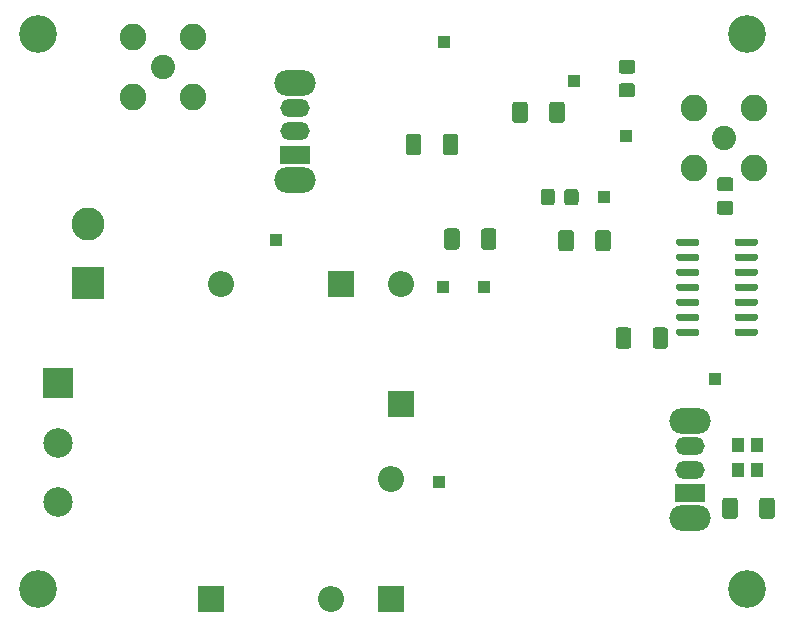
<source format=gbr>
%TF.GenerationSoftware,KiCad,Pcbnew,(5.1.8-0-10_14)*%
%TF.CreationDate,2022-02-24T11:51:48-06:00*%
%TF.ProjectId,SAQ_KiCad,5341515f-4b69-4436-9164-2e6b69636164,rev?*%
%TF.SameCoordinates,Original*%
%TF.FileFunction,Soldermask,Bot*%
%TF.FilePolarity,Negative*%
%FSLAX46Y46*%
G04 Gerber Fmt 4.6, Leading zero omitted, Abs format (unit mm)*
G04 Created by KiCad (PCBNEW (5.1.8-0-10_14)) date 2022-02-24 11:51:48*
%MOMM*%
%LPD*%
G01*
G04 APERTURE LIST*
%ADD10C,2.250000*%
%ADD11C,2.050000*%
%ADD12C,3.200000*%
%ADD13R,1.000000X1.000000*%
%ADD14R,1.100000X1.300000*%
%ADD15O,3.500000X2.200000*%
%ADD16O,2.500000X1.500000*%
%ADD17R,2.500000X1.500000*%
%ADD18C,2.500000*%
%ADD19R,2.500000X2.500000*%
%ADD20C,2.800000*%
%ADD21R,2.800000X2.800000*%
%ADD22O,2.200000X2.200000*%
%ADD23R,2.200000X2.200000*%
G04 APERTURE END LIST*
D10*
%TO.C,J3*%
X115570000Y-23876000D03*
X115570000Y-18796000D03*
X120650000Y-18796000D03*
X120650000Y-23876000D03*
D11*
X118110000Y-21336000D03*
%TD*%
%TO.C,U5*%
G36*
G01*
X166473000Y-43901500D02*
X166473000Y-43601500D01*
G75*
G02*
X166623000Y-43451500I150000J0D01*
G01*
X168273000Y-43451500D01*
G75*
G02*
X168423000Y-43601500I0J-150000D01*
G01*
X168423000Y-43901500D01*
G75*
G02*
X168273000Y-44051500I-150000J0D01*
G01*
X166623000Y-44051500D01*
G75*
G02*
X166473000Y-43901500I0J150000D01*
G01*
G37*
G36*
G01*
X166473000Y-42631500D02*
X166473000Y-42331500D01*
G75*
G02*
X166623000Y-42181500I150000J0D01*
G01*
X168273000Y-42181500D01*
G75*
G02*
X168423000Y-42331500I0J-150000D01*
G01*
X168423000Y-42631500D01*
G75*
G02*
X168273000Y-42781500I-150000J0D01*
G01*
X166623000Y-42781500D01*
G75*
G02*
X166473000Y-42631500I0J150000D01*
G01*
G37*
G36*
G01*
X166473000Y-41361500D02*
X166473000Y-41061500D01*
G75*
G02*
X166623000Y-40911500I150000J0D01*
G01*
X168273000Y-40911500D01*
G75*
G02*
X168423000Y-41061500I0J-150000D01*
G01*
X168423000Y-41361500D01*
G75*
G02*
X168273000Y-41511500I-150000J0D01*
G01*
X166623000Y-41511500D01*
G75*
G02*
X166473000Y-41361500I0J150000D01*
G01*
G37*
G36*
G01*
X166473000Y-40091500D02*
X166473000Y-39791500D01*
G75*
G02*
X166623000Y-39641500I150000J0D01*
G01*
X168273000Y-39641500D01*
G75*
G02*
X168423000Y-39791500I0J-150000D01*
G01*
X168423000Y-40091500D01*
G75*
G02*
X168273000Y-40241500I-150000J0D01*
G01*
X166623000Y-40241500D01*
G75*
G02*
X166473000Y-40091500I0J150000D01*
G01*
G37*
G36*
G01*
X166473000Y-38821500D02*
X166473000Y-38521500D01*
G75*
G02*
X166623000Y-38371500I150000J0D01*
G01*
X168273000Y-38371500D01*
G75*
G02*
X168423000Y-38521500I0J-150000D01*
G01*
X168423000Y-38821500D01*
G75*
G02*
X168273000Y-38971500I-150000J0D01*
G01*
X166623000Y-38971500D01*
G75*
G02*
X166473000Y-38821500I0J150000D01*
G01*
G37*
G36*
G01*
X166473000Y-37551500D02*
X166473000Y-37251500D01*
G75*
G02*
X166623000Y-37101500I150000J0D01*
G01*
X168273000Y-37101500D01*
G75*
G02*
X168423000Y-37251500I0J-150000D01*
G01*
X168423000Y-37551500D01*
G75*
G02*
X168273000Y-37701500I-150000J0D01*
G01*
X166623000Y-37701500D01*
G75*
G02*
X166473000Y-37551500I0J150000D01*
G01*
G37*
G36*
G01*
X166473000Y-36281500D02*
X166473000Y-35981500D01*
G75*
G02*
X166623000Y-35831500I150000J0D01*
G01*
X168273000Y-35831500D01*
G75*
G02*
X168423000Y-35981500I0J-150000D01*
G01*
X168423000Y-36281500D01*
G75*
G02*
X168273000Y-36431500I-150000J0D01*
G01*
X166623000Y-36431500D01*
G75*
G02*
X166473000Y-36281500I0J150000D01*
G01*
G37*
G36*
G01*
X161523000Y-36281500D02*
X161523000Y-35981500D01*
G75*
G02*
X161673000Y-35831500I150000J0D01*
G01*
X163323000Y-35831500D01*
G75*
G02*
X163473000Y-35981500I0J-150000D01*
G01*
X163473000Y-36281500D01*
G75*
G02*
X163323000Y-36431500I-150000J0D01*
G01*
X161673000Y-36431500D01*
G75*
G02*
X161523000Y-36281500I0J150000D01*
G01*
G37*
G36*
G01*
X161523000Y-37551500D02*
X161523000Y-37251500D01*
G75*
G02*
X161673000Y-37101500I150000J0D01*
G01*
X163323000Y-37101500D01*
G75*
G02*
X163473000Y-37251500I0J-150000D01*
G01*
X163473000Y-37551500D01*
G75*
G02*
X163323000Y-37701500I-150000J0D01*
G01*
X161673000Y-37701500D01*
G75*
G02*
X161523000Y-37551500I0J150000D01*
G01*
G37*
G36*
G01*
X161523000Y-38821500D02*
X161523000Y-38521500D01*
G75*
G02*
X161673000Y-38371500I150000J0D01*
G01*
X163323000Y-38371500D01*
G75*
G02*
X163473000Y-38521500I0J-150000D01*
G01*
X163473000Y-38821500D01*
G75*
G02*
X163323000Y-38971500I-150000J0D01*
G01*
X161673000Y-38971500D01*
G75*
G02*
X161523000Y-38821500I0J150000D01*
G01*
G37*
G36*
G01*
X161523000Y-40091500D02*
X161523000Y-39791500D01*
G75*
G02*
X161673000Y-39641500I150000J0D01*
G01*
X163323000Y-39641500D01*
G75*
G02*
X163473000Y-39791500I0J-150000D01*
G01*
X163473000Y-40091500D01*
G75*
G02*
X163323000Y-40241500I-150000J0D01*
G01*
X161673000Y-40241500D01*
G75*
G02*
X161523000Y-40091500I0J150000D01*
G01*
G37*
G36*
G01*
X161523000Y-41361500D02*
X161523000Y-41061500D01*
G75*
G02*
X161673000Y-40911500I150000J0D01*
G01*
X163323000Y-40911500D01*
G75*
G02*
X163473000Y-41061500I0J-150000D01*
G01*
X163473000Y-41361500D01*
G75*
G02*
X163323000Y-41511500I-150000J0D01*
G01*
X161673000Y-41511500D01*
G75*
G02*
X161523000Y-41361500I0J150000D01*
G01*
G37*
G36*
G01*
X161523000Y-42631500D02*
X161523000Y-42331500D01*
G75*
G02*
X161673000Y-42181500I150000J0D01*
G01*
X163323000Y-42181500D01*
G75*
G02*
X163473000Y-42331500I0J-150000D01*
G01*
X163473000Y-42631500D01*
G75*
G02*
X163323000Y-42781500I-150000J0D01*
G01*
X161673000Y-42781500D01*
G75*
G02*
X161523000Y-42631500I0J150000D01*
G01*
G37*
G36*
G01*
X161523000Y-43901500D02*
X161523000Y-43601500D01*
G75*
G02*
X161673000Y-43451500I150000J0D01*
G01*
X163323000Y-43451500D01*
G75*
G02*
X163473000Y-43601500I0J-150000D01*
G01*
X163473000Y-43901500D01*
G75*
G02*
X163323000Y-44051500I-150000J0D01*
G01*
X161673000Y-44051500D01*
G75*
G02*
X161523000Y-43901500I0J150000D01*
G01*
G37*
%TD*%
D10*
%TO.C,J4*%
X163068000Y-29845000D03*
X163068000Y-24765000D03*
X168148000Y-24765000D03*
X168148000Y-29845000D03*
D11*
X165608000Y-27305000D03*
%TD*%
%TO.C,C14*%
G36*
G01*
X150760000Y-25796001D02*
X150760000Y-24495999D01*
G75*
G02*
X151009999Y-24246000I249999J0D01*
G01*
X151835001Y-24246000D01*
G75*
G02*
X152085000Y-24495999I0J-249999D01*
G01*
X152085000Y-25796001D01*
G75*
G02*
X151835001Y-26046000I-249999J0D01*
G01*
X151009999Y-26046000D01*
G75*
G02*
X150760000Y-25796001I0J249999D01*
G01*
G37*
G36*
G01*
X147635000Y-25796001D02*
X147635000Y-24495999D01*
G75*
G02*
X147884999Y-24246000I249999J0D01*
G01*
X148710001Y-24246000D01*
G75*
G02*
X148960000Y-24495999I0J-249999D01*
G01*
X148960000Y-25796001D01*
G75*
G02*
X148710001Y-26046000I-249999J0D01*
G01*
X147884999Y-26046000D01*
G75*
G02*
X147635000Y-25796001I0J249999D01*
G01*
G37*
%TD*%
%TO.C,C12*%
G36*
G01*
X139943000Y-27226497D02*
X139943000Y-28526503D01*
G75*
G02*
X139693003Y-28776500I-249997J0D01*
G01*
X138867997Y-28776500D01*
G75*
G02*
X138618000Y-28526503I0J249997D01*
G01*
X138618000Y-27226497D01*
G75*
G02*
X138867997Y-26976500I249997J0D01*
G01*
X139693003Y-26976500D01*
G75*
G02*
X139943000Y-27226497I0J-249997D01*
G01*
G37*
G36*
G01*
X143068000Y-27226497D02*
X143068000Y-28526503D01*
G75*
G02*
X142818003Y-28776500I-249997J0D01*
G01*
X141992997Y-28776500D01*
G75*
G02*
X141743000Y-28526503I0J249997D01*
G01*
X141743000Y-27226497D01*
G75*
G02*
X141992997Y-26976500I249997J0D01*
G01*
X142818003Y-26976500D01*
G75*
G02*
X143068000Y-27226497I0J-249997D01*
G01*
G37*
%TD*%
%TO.C,C11*%
G36*
G01*
X157723000Y-43609497D02*
X157723000Y-44909503D01*
G75*
G02*
X157473003Y-45159500I-249997J0D01*
G01*
X156647997Y-45159500D01*
G75*
G02*
X156398000Y-44909503I0J249997D01*
G01*
X156398000Y-43609497D01*
G75*
G02*
X156647997Y-43359500I249997J0D01*
G01*
X157473003Y-43359500D01*
G75*
G02*
X157723000Y-43609497I0J-249997D01*
G01*
G37*
G36*
G01*
X160848000Y-43609497D02*
X160848000Y-44909503D01*
G75*
G02*
X160598003Y-45159500I-249997J0D01*
G01*
X159772997Y-45159500D01*
G75*
G02*
X159523000Y-44909503I0J249997D01*
G01*
X159523000Y-43609497D01*
G75*
G02*
X159772997Y-43359500I249997J0D01*
G01*
X160598003Y-43359500D01*
G75*
G02*
X160848000Y-43609497I0J-249997D01*
G01*
G37*
%TD*%
%TO.C,C10*%
G36*
G01*
X143181500Y-35227497D02*
X143181500Y-36527503D01*
G75*
G02*
X142931503Y-36777500I-249997J0D01*
G01*
X142106497Y-36777500D01*
G75*
G02*
X141856500Y-36527503I0J249997D01*
G01*
X141856500Y-35227497D01*
G75*
G02*
X142106497Y-34977500I249997J0D01*
G01*
X142931503Y-34977500D01*
G75*
G02*
X143181500Y-35227497I0J-249997D01*
G01*
G37*
G36*
G01*
X146306500Y-35227497D02*
X146306500Y-36527503D01*
G75*
G02*
X146056503Y-36777500I-249997J0D01*
G01*
X145231497Y-36777500D01*
G75*
G02*
X144981500Y-36527503I0J249997D01*
G01*
X144981500Y-35227497D01*
G75*
G02*
X145231497Y-34977500I249997J0D01*
G01*
X146056503Y-34977500D01*
G75*
G02*
X146306500Y-35227497I0J-249997D01*
G01*
G37*
%TD*%
D12*
%TO.C,H5*%
X107500000Y-18500000D03*
%TD*%
%TO.C,H4*%
X167500000Y-18500000D03*
%TD*%
%TO.C,H3*%
X167500000Y-65500000D03*
%TD*%
%TO.C,H2*%
X107500000Y-65500000D03*
%TD*%
D13*
%TO.C,TP9*%
X127635000Y-35941000D03*
%TD*%
%TO.C,TP8*%
X145224500Y-39941500D03*
%TD*%
%TO.C,TP7*%
X141414500Y-56451500D03*
%TD*%
%TO.C,TP6*%
X141795500Y-39941500D03*
%TD*%
%TO.C,TP5*%
X164846000Y-47688500D03*
%TD*%
%TO.C,TP4*%
X157289500Y-27178000D03*
%TD*%
%TO.C,TP3*%
X155384500Y-32321500D03*
%TD*%
%TO.C,TP2*%
X152844500Y-22479000D03*
%TD*%
%TO.C,TP1*%
X141859000Y-19177000D03*
%TD*%
D14*
%TO.C,X1*%
X168401500Y-55406000D03*
X168401500Y-53306000D03*
X166751500Y-53306000D03*
X166751500Y-55406000D03*
%TD*%
D15*
%TO.C,SW2*%
X162687000Y-51299500D03*
X162687000Y-59499500D03*
D16*
X162687000Y-53399500D03*
X162687000Y-55399500D03*
D17*
X162687000Y-57399500D03*
%TD*%
D15*
%TO.C,SW1*%
X129286000Y-22665500D03*
X129286000Y-30865500D03*
D16*
X129286000Y-24765500D03*
X129286000Y-26765500D03*
D17*
X129286000Y-28765500D03*
%TD*%
%TO.C,R18*%
G36*
G01*
X166121501Y-31842000D02*
X165221499Y-31842000D01*
G75*
G02*
X164971500Y-31592001I0J249999D01*
G01*
X164971500Y-30891999D01*
G75*
G02*
X165221499Y-30642000I249999J0D01*
G01*
X166121501Y-30642000D01*
G75*
G02*
X166371500Y-30891999I0J-249999D01*
G01*
X166371500Y-31592001D01*
G75*
G02*
X166121501Y-31842000I-249999J0D01*
G01*
G37*
G36*
G01*
X166121501Y-33842000D02*
X165221499Y-33842000D01*
G75*
G02*
X164971500Y-33592001I0J249999D01*
G01*
X164971500Y-32891999D01*
G75*
G02*
X165221499Y-32642000I249999J0D01*
G01*
X166121501Y-32642000D01*
G75*
G02*
X166371500Y-32891999I0J-249999D01*
G01*
X166371500Y-33592001D01*
G75*
G02*
X166121501Y-33842000I-249999J0D01*
G01*
G37*
%TD*%
%TO.C,R17*%
G36*
G01*
X152054000Y-32771501D02*
X152054000Y-31871499D01*
G75*
G02*
X152303999Y-31621500I249999J0D01*
G01*
X153004001Y-31621500D01*
G75*
G02*
X153254000Y-31871499I0J-249999D01*
G01*
X153254000Y-32771501D01*
G75*
G02*
X153004001Y-33021500I-249999J0D01*
G01*
X152303999Y-33021500D01*
G75*
G02*
X152054000Y-32771501I0J249999D01*
G01*
G37*
G36*
G01*
X150054000Y-32771501D02*
X150054000Y-31871499D01*
G75*
G02*
X150303999Y-31621500I249999J0D01*
G01*
X151004001Y-31621500D01*
G75*
G02*
X151254000Y-31871499I0J-249999D01*
G01*
X151254000Y-32771501D01*
G75*
G02*
X151004001Y-33021500I-249999J0D01*
G01*
X150303999Y-33021500D01*
G75*
G02*
X150054000Y-32771501I0J249999D01*
G01*
G37*
%TD*%
%TO.C,R15*%
G36*
G01*
X156902999Y-22688500D02*
X157803001Y-22688500D01*
G75*
G02*
X158053000Y-22938499I0J-249999D01*
G01*
X158053000Y-23638501D01*
G75*
G02*
X157803001Y-23888500I-249999J0D01*
G01*
X156902999Y-23888500D01*
G75*
G02*
X156653000Y-23638501I0J249999D01*
G01*
X156653000Y-22938499D01*
G75*
G02*
X156902999Y-22688500I249999J0D01*
G01*
G37*
G36*
G01*
X156902999Y-20688500D02*
X157803001Y-20688500D01*
G75*
G02*
X158053000Y-20938499I0J-249999D01*
G01*
X158053000Y-21638501D01*
G75*
G02*
X157803001Y-21888500I-249999J0D01*
G01*
X156902999Y-21888500D01*
G75*
G02*
X156653000Y-21638501I0J249999D01*
G01*
X156653000Y-20938499D01*
G75*
G02*
X156902999Y-20688500I249999J0D01*
G01*
G37*
%TD*%
D18*
%TO.C,J2*%
X109156500Y-58102500D03*
X109156500Y-53102500D03*
D19*
X109156500Y-48102500D03*
%TD*%
D20*
%TO.C,J1*%
X111696500Y-34560500D03*
D21*
X111696500Y-39560500D03*
%TD*%
D22*
%TO.C,D4*%
X132270500Y-66357500D03*
D23*
X122110500Y-66357500D03*
%TD*%
D22*
%TO.C,D3*%
X122999500Y-39687500D03*
D23*
X133159500Y-39687500D03*
%TD*%
D22*
%TO.C,D2*%
X137350500Y-56197500D03*
D23*
X137350500Y-66357500D03*
%TD*%
D22*
%TO.C,D1*%
X138239500Y-39687500D03*
D23*
X138239500Y-49847500D03*
%TD*%
%TO.C,C9*%
G36*
G01*
X166740000Y-58023997D02*
X166740000Y-59324003D01*
G75*
G02*
X166490003Y-59574000I-249997J0D01*
G01*
X165664997Y-59574000D01*
G75*
G02*
X165415000Y-59324003I0J249997D01*
G01*
X165415000Y-58023997D01*
G75*
G02*
X165664997Y-57774000I249997J0D01*
G01*
X166490003Y-57774000D01*
G75*
G02*
X166740000Y-58023997I0J-249997D01*
G01*
G37*
G36*
G01*
X169865000Y-58023997D02*
X169865000Y-59324003D01*
G75*
G02*
X169615003Y-59574000I-249997J0D01*
G01*
X168789997Y-59574000D01*
G75*
G02*
X168540000Y-59324003I0J249997D01*
G01*
X168540000Y-58023997D01*
G75*
G02*
X168789997Y-57774000I249997J0D01*
G01*
X169615003Y-57774000D01*
G75*
G02*
X169865000Y-58023997I0J-249997D01*
G01*
G37*
%TD*%
%TO.C,C8*%
G36*
G01*
X152858500Y-35354497D02*
X152858500Y-36654503D01*
G75*
G02*
X152608503Y-36904500I-249997J0D01*
G01*
X151783497Y-36904500D01*
G75*
G02*
X151533500Y-36654503I0J249997D01*
G01*
X151533500Y-35354497D01*
G75*
G02*
X151783497Y-35104500I249997J0D01*
G01*
X152608503Y-35104500D01*
G75*
G02*
X152858500Y-35354497I0J-249997D01*
G01*
G37*
G36*
G01*
X155983500Y-35354497D02*
X155983500Y-36654503D01*
G75*
G02*
X155733503Y-36904500I-249997J0D01*
G01*
X154908497Y-36904500D01*
G75*
G02*
X154658500Y-36654503I0J249997D01*
G01*
X154658500Y-35354497D01*
G75*
G02*
X154908497Y-35104500I249997J0D01*
G01*
X155733503Y-35104500D01*
G75*
G02*
X155983500Y-35354497I0J-249997D01*
G01*
G37*
%TD*%
M02*

</source>
